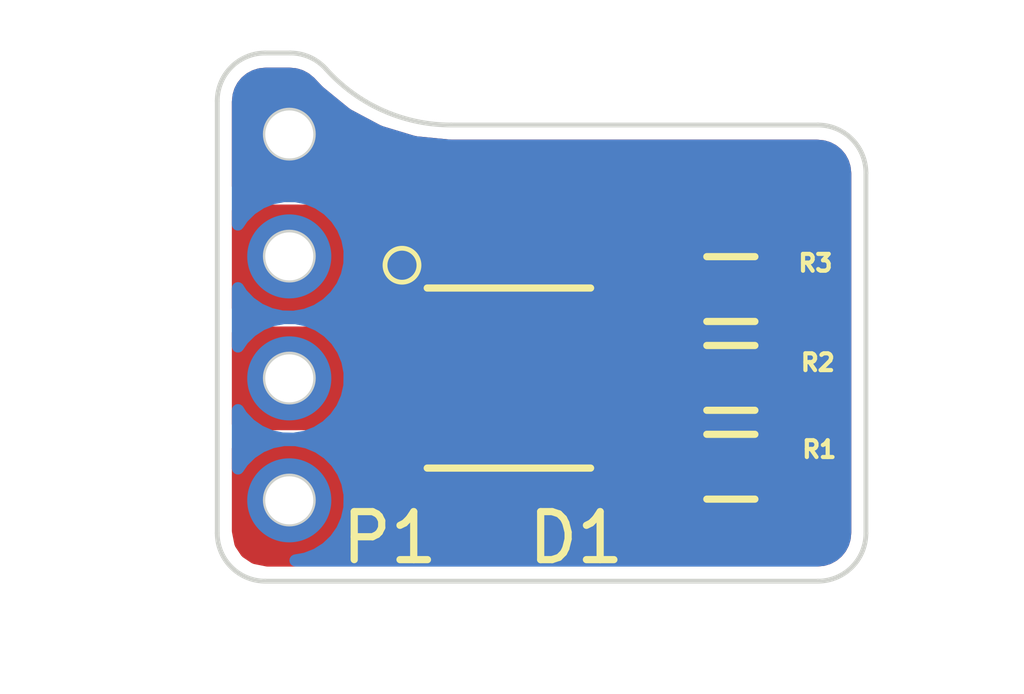
<source format=kicad_pcb>
(kicad_pcb (version 4) (host pcbnew 4.0.4-stable)

  (general
    (links 9)
    (no_connects 1)
    (area 136.73 97.453599 158.060001 112.585)
    (thickness 1.6)
    (drawings 15)
    (tracks 13)
    (zones 0)
    (modules 5)
    (nets 8)
  )

  (page A4)
  (layers
    (0 F.Cu signal)
    (31 B.Cu signal)
    (32 B.Adhes user)
    (33 F.Adhes user)
    (34 B.Paste user)
    (35 F.Paste user)
    (36 B.SilkS user)
    (37 F.SilkS user)
    (38 B.Mask user)
    (39 F.Mask user)
    (40 Dwgs.User user)
    (41 Cmts.User user)
    (42 Eco1.User user)
    (43 Eco2.User user)
    (44 Edge.Cuts user)
    (45 Margin user)
    (46 B.CrtYd user)
    (47 F.CrtYd user)
    (48 B.Fab user)
    (49 F.Fab user)
  )

  (setup
    (last_trace_width 0.25)
    (trace_clearance 0.2)
    (zone_clearance 0.254)
    (zone_45_only no)
    (trace_min 0.2)
    (segment_width 0.2)
    (edge_width 0.15)
    (via_size 0.6)
    (via_drill 0.4)
    (via_min_size 0.4)
    (via_min_drill 0.3)
    (uvia_size 0.3)
    (uvia_drill 0.1)
    (uvias_allowed no)
    (uvia_min_size 0.2)
    (uvia_min_drill 0.1)
    (pcb_text_width 0.3)
    (pcb_text_size 1.5 1.5)
    (mod_edge_width 0.15)
    (mod_text_size 1 1)
    (mod_text_width 0.15)
    (pad_size 1.524 1.524)
    (pad_drill 0.762)
    (pad_to_mask_clearance 0.2)
    (aux_axis_origin 0 0)
    (visible_elements 7FFFFFFF)
    (pcbplotparams
      (layerselection 0x00030_80000001)
      (usegerberextensions false)
      (excludeedgelayer true)
      (linewidth 0.100000)
      (plotframeref false)
      (viasonmask false)
      (mode 1)
      (useauxorigin false)
      (hpglpennumber 1)
      (hpglpenspeed 20)
      (hpglpendiameter 15)
      (hpglpenoverlay 2)
      (psnegative false)
      (psa4output false)
      (plotreference true)
      (plotvalue true)
      (plotinvisibletext false)
      (padsonsilk false)
      (subtractmaskfromsilk false)
      (outputformat 1)
      (mirror false)
      (drillshape 1)
      (scaleselection 1)
      (outputdirectory ""))
  )

  (net 0 "")
  (net 1 "Net-(D1-Pad4)")
  (net 2 "Net-(D1-Pad5)")
  (net 3 "Net-(D1-Pad6)")
  (net 4 "Net-(D1-Pad3)")
  (net 5 "Net-(D1-Pad2)")
  (net 6 "Net-(D1-Pad1)")
  (net 7 "Net-(P1-Pad1)")

  (net_class Default "This is the default net class."
    (clearance 0.2)
    (trace_width 0.25)
    (via_dia 0.6)
    (via_drill 0.4)
    (uvia_dia 0.3)
    (uvia_drill 0.1)
  )

  (net_class HIGH_CURRENT ""
    (clearance 0.2)
    (trace_width 0.65)
    (via_dia 0.6)
    (via_drill 0.4)
    (uvia_dia 0.3)
    (uvia_drill 0.1)
    (add_net "Net-(D1-Pad1)")
    (add_net "Net-(D1-Pad2)")
    (add_net "Net-(D1-Pad3)")
    (add_net "Net-(D1-Pad4)")
    (add_net "Net-(D1-Pad5)")
    (add_net "Net-(D1-Pad6)")
    (add_net "Net-(P1-Pad1)")
  )

  (module Resistors_SMD:R_0603 (layer F.Cu) (tedit 58403E6F) (tstamp 5843728D)
    (at 151.94 108.12 90)
    (descr "Resistor SMD 0603, reflow soldering, Vishay (see dcrcw.pdf)")
    (tags "resistor 0603")
    (path /58453664)
    (attr smd)
    (fp_text reference R1 (at 0.36 1.84 180) (layer F.SilkS)
      (effects (font (size 0.35 0.35) (thickness 0.0875)))
    )
    (fp_text value R (at 0.1 2 90) (layer F.Fab)
      (effects (font (size 0.35 0.35) (thickness 0.0875)))
    )
    (fp_line (start 0.8 -1.3) (end 0.8 1.3) (layer F.CrtYd) (width 0.05))
    (fp_line (start -0.8 -1.3) (end -0.8 1.3) (layer F.CrtYd) (width 0.05))
    (fp_line (start 0.8 -1.3) (end -0.8 -1.3) (layer F.CrtYd) (width 0.05))
    (fp_line (start 0.8 1.3) (end -0.8 1.3) (layer F.CrtYd) (width 0.05))
    (fp_line (start -0.675 0.5) (end -0.675 -0.5) (layer F.SilkS) (width 0.15))
    (fp_line (start 0.675 -0.5) (end 0.675 0.5) (layer F.SilkS) (width 0.15))
    (pad 1 smd rect (at 0 -0.75) (size 0.5 0.9) (layers F.Cu F.Paste F.Mask)
      (net 1 "Net-(D1-Pad4)"))
    (pad 2 smd rect (at 0 0.75) (size 0.5 0.9) (layers F.Cu F.Paste F.Mask)
      (net 7 "Net-(P1-Pad1)"))
    (model Resistors_SMD.3dshapes/R_0603.wrl
      (at (xyz 0 0 0))
      (scale (xyz 1 1 1))
      (rotate (xyz 0 0 0))
    )
  )

  (module Resistors_SMD:R_0603 (layer F.Cu) (tedit 58403E6F) (tstamp 58437293)
    (at 151.94 106.27 90)
    (descr "Resistor SMD 0603, reflow soldering, Vishay (see dcrcw.pdf)")
    (tags "resistor 0603")
    (path /584536DC)
    (attr smd)
    (fp_text reference R2 (at 0.32 1.81 180) (layer F.SilkS)
      (effects (font (size 0.35 0.35) (thickness 0.0875)))
    )
    (fp_text value R (at 0.1 2 90) (layer F.Fab)
      (effects (font (size 0.35 0.35) (thickness 0.0875)))
    )
    (fp_line (start 0.8 -1.3) (end 0.8 1.3) (layer F.CrtYd) (width 0.05))
    (fp_line (start -0.8 -1.3) (end -0.8 1.3) (layer F.CrtYd) (width 0.05))
    (fp_line (start 0.8 -1.3) (end -0.8 -1.3) (layer F.CrtYd) (width 0.05))
    (fp_line (start 0.8 1.3) (end -0.8 1.3) (layer F.CrtYd) (width 0.05))
    (fp_line (start -0.675 0.5) (end -0.675 -0.5) (layer F.SilkS) (width 0.15))
    (fp_line (start 0.675 -0.5) (end 0.675 0.5) (layer F.SilkS) (width 0.15))
    (pad 1 smd rect (at 0 -0.75) (size 0.5 0.9) (layers F.Cu F.Paste F.Mask)
      (net 2 "Net-(D1-Pad5)"))
    (pad 2 smd rect (at 0 0.75) (size 0.5 0.9) (layers F.Cu F.Paste F.Mask)
      (net 7 "Net-(P1-Pad1)"))
    (model Resistors_SMD.3dshapes/R_0603.wrl
      (at (xyz 0 0 0))
      (scale (xyz 1 1 1))
      (rotate (xyz 0 0 0))
    )
  )

  (module Resistors_SMD:R_0603 (layer F.Cu) (tedit 58403E6F) (tstamp 58437299)
    (at 151.94 104.42 90)
    (descr "Resistor SMD 0603, reflow soldering, Vishay (see dcrcw.pdf)")
    (tags "resistor 0603")
    (path /584536FC)
    (attr smd)
    (fp_text reference R3 (at 0.54 1.76 180) (layer F.SilkS)
      (effects (font (size 0.35 0.35) (thickness 0.0875)))
    )
    (fp_text value R (at 0.1 2 90) (layer F.Fab)
      (effects (font (size 0.35 0.35) (thickness 0.0875)))
    )
    (fp_line (start 0.8 -1.3) (end 0.8 1.3) (layer F.CrtYd) (width 0.05))
    (fp_line (start -0.8 -1.3) (end -0.8 1.3) (layer F.CrtYd) (width 0.05))
    (fp_line (start 0.8 -1.3) (end -0.8 -1.3) (layer F.CrtYd) (width 0.05))
    (fp_line (start 0.8 1.3) (end -0.8 1.3) (layer F.CrtYd) (width 0.05))
    (fp_line (start -0.675 0.5) (end -0.675 -0.5) (layer F.SilkS) (width 0.15))
    (fp_line (start 0.675 -0.5) (end 0.675 0.5) (layer F.SilkS) (width 0.15))
    (pad 1 smd rect (at 0 -0.75) (size 0.5 0.9) (layers F.Cu F.Paste F.Mask)
      (net 3 "Net-(D1-Pad6)"))
    (pad 2 smd rect (at 0 0.75) (size 0.5 0.9) (layers F.Cu F.Paste F.Mask)
      (net 7 "Net-(P1-Pad1)"))
    (model Resistors_SMD.3dshapes/R_0603.wrl
      (at (xyz 0 0 0))
      (scale (xyz 1 1 1))
      (rotate (xyz 0 0 0))
    )
  )

  (module LED:PLCC6_3-4MMSQR_LED locked (layer F.Cu) (tedit 58443E03) (tstamp 58437287)
    (at 147.3211 106.2736 90)
    (descr http://www.world-semi.com/en/Driver/Lighting/WS2811/WS212B/WS2822S/)
    (tags "LED RGB")
    (path /584535DF)
    (attr smd)
    (fp_text reference D1 (at -3.3264 1.3989 360) (layer F.SilkS)
      (effects (font (size 1 1) (thickness 0.15)))
    )
    (fp_text value LED_RGB (at -5.7364 1.1789 180) (layer F.Fab)
      (effects (font (size 1 1) (thickness 0.15)))
    )
    (fp_circle (center 2.35 -2.225) (end 2.4 -1.875) (layer F.SilkS) (width 0.1))
    (fp_line (start 1.8 1.8) (end 1.8 -1.8) (layer F.CrtYd) (width 0.05))
    (fp_line (start -1.8 1.8) (end 1.8 1.8) (layer F.CrtYd) (width 0.05))
    (fp_line (start -1.8 -1.8) (end -1.8 1.8) (layer F.CrtYd) (width 0.05))
    (fp_line (start 1.8 -1.8) (end -1.8 -1.8) (layer F.CrtYd) (width 0.05))
    (fp_line (start 1.2 -1.7) (end 1.7 -1.2) (layer Dwgs.User) (width 0.1))
    (fp_line (start 1.7 -1.7) (end 1.7 1.7) (layer Dwgs.User) (width 0.1))
    (fp_line (start 1.7 1.7) (end -1.7 1.7) (layer Dwgs.User) (width 0.1))
    (fp_line (start -1.7 1.7) (end -1.7 -1.7) (layer Dwgs.User) (width 0.1))
    (fp_line (start -1.7 -1.7) (end 1.7 -1.7) (layer Dwgs.User) (width 0.1))
    (fp_line (start -1.875 -1.7) (end -1.875 1.7) (layer F.SilkS) (width 0.15))
    (fp_line (start 1.875 -1.7) (end 1.875 1.7) (layer F.SilkS) (width 0.15))
    (fp_circle (center 0 0) (end 1.4 0) (layer Dwgs.User) (width 0.1))
    (pad 4 smd rect (at -1.025 1.5 90) (size 0.75 1.6) (layers F.Cu F.Paste F.Mask)
      (net 1 "Net-(D1-Pad4)"))
    (pad 5 smd rect (at 0 1.5 90) (size 0.7 1.6) (layers F.Cu F.Paste F.Mask)
      (net 2 "Net-(D1-Pad5)"))
    (pad 6 smd rect (at 1.025 1.5 90) (size 0.75 1.6) (layers F.Cu F.Paste F.Mask)
      (net 3 "Net-(D1-Pad6)"))
    (pad 3 smd rect (at -1.025 -1.5 90) (size 0.75 1.6) (layers F.Cu F.Paste F.Mask)
      (net 4 "Net-(D1-Pad3)"))
    (pad 2 smd rect (at 0 -1.5 90) (size 0.7 1.6) (layers F.Cu F.Paste F.Mask)
      (net 5 "Net-(D1-Pad2)"))
    (pad 1 smd rect (at 1.025 -1.5 90) (size 0.75 1.6) (layers F.Cu F.Paste F.Mask)
      (net 6 "Net-(D1-Pad1)"))
    (model LEDs.3dshapes/LED_WS2812-PLCC6.wrl
      (at (xyz 0 0 0.004))
      (scale (xyz 0.3937 0.3937 0.3937))
      (rotate (xyz 0 0 0))
    )
  )

  (module Conn:M20-9750446 locked (layer B.Cu) (tedit 58443F54) (tstamp 58439C82)
    (at 142.75 105.01 180)
    (path /5845356F)
    (fp_text reference P1 (at -2.09 -4.59 180) (layer F.SilkS)
      (effects (font (size 1 1) (thickness 0.15)))
    )
    (fp_text value CONN_01X04 (at 0 6.45 180) (layer F.Fab) hide
      (effects (font (size 1 1) (thickness 0.15)))
    )
    (fp_line (start 4.44 -5.58) (end 2 -5.58) (layer B.CrtYd) (width 0.15))
    (fp_line (start 4.44 5.58) (end 4.44 -5.58) (layer B.CrtYd) (width 0.15))
    (fp_line (start 1.95 5.58) (end 4.44 5.58) (layer B.CrtYd) (width 0.15))
    (pad 1 thru_hole circle (at 0 3.81 180) (size 1.75 1.75) (drill 1) (layers *.Cu *.Mask)
      (net 7 "Net-(P1-Pad1)"))
    (pad 2 thru_hole circle (at 0 1.27 180) (size 1.75 1.75) (drill 1) (layers *.Cu *.Mask)
      (net 6 "Net-(D1-Pad1)"))
    (pad 3 thru_hole circle (at 0 -1.27 180) (size 1.75 1.75) (drill 1) (layers *.Cu *.Mask)
      (net 5 "Net-(D1-Pad2)"))
    (pad 4 thru_hole circle (at 0 -3.81 180) (size 1.75 1.75) (drill 1) (layers *.Cu *.Mask)
      (net 4 "Net-(D1-Pad3)"))
  )

  (gr_circle (center 142.7511 108.8136) (end 143.2511 108.8136) (layer Edge.Cuts) (width 0.1))
  (gr_circle (center 142.7511 106.2736) (end 143.2511 106.2736) (layer Edge.Cuts) (width 0.1))
  (gr_arc (start 153.7511 109.5036) (end 153.7511 110.5036) (angle -90) (layer Edge.Cuts) (width 0.1))
  (gr_line (start 142.2511 110.5036) (end 153.7511 110.5036) (layer Edge.Cuts) (width 0.1))
  (gr_arc (start 142.2511 109.5036) (end 141.2511 109.5036) (angle -90) (layer Edge.Cuts) (width 0.1))
  (gr_line (start 141.2511 100.5036) (end 141.2511 109.5036) (layer Edge.Cuts) (width 0.1))
  (gr_arc (start 142.2511 100.5036) (end 142.2511 99.5036) (angle -90) (layer Edge.Cuts) (width 0.1))
  (gr_line (start 142.769279 99.5036) (end 142.2511 99.5036) (layer Edge.Cuts) (width 0.1))
  (gr_arc (start 142.769279 100.5036) (end 143.514635 99.836933) (angle -48.1896851) (layer Edge.Cuts) (width 0.1))
  (gr_arc (start 146.123381 97.5036) (end 143.514635 99.836933) (angle -48.1896851) (layer Edge.Cuts) (width 0.1))
  (gr_line (start 146.123381 101.0036) (end 153.7511 101.0036) (layer Edge.Cuts) (width 0.1))
  (gr_arc (start 153.7511 102.0036) (end 154.7511 102.0036) (angle -90) (layer Edge.Cuts) (width 0.1))
  (gr_line (start 154.7511 109.5036) (end 154.7511 102.0036) (layer Edge.Cuts) (width 0.1))
  (gr_circle (center 142.7511 101.1936) (end 143.2511 101.1936) (layer Edge.Cuts) (width 0.1))
  (gr_circle (center 142.7511 103.7336) (end 143.2511 103.7336) (layer Edge.Cuts) (width 0.1))

  (segment (start 142.75 108.82) (end 144.2997 108.82) (width 0.65) (layer F.Cu) (net 4))
  (segment (start 144.2997 108.82) (end 145.8211 107.2986) (width 0.65) (layer F.Cu) (net 4))
  (segment (start 142.75 106.28) (end 145.8147 106.28) (width 0.65) (layer F.Cu) (net 5))
  (segment (start 145.8147 106.28) (end 145.8211 106.2736) (width 0.65) (layer F.Cu) (net 5))
  (segment (start 142.75 101.2) (end 143.624999 102.074999) (width 0.65) (layer B.Cu) (net 7))
  (segment (start 143.624999 102.074999) (end 146.774999 102.074999) (width 0.65) (layer B.Cu) (net 7))
  (segment (start 152.69 106.26) (end 152.69 107.61) (width 0.65) (layer F.Cu) (net 7))
  (segment (start 152.69 104.91) (end 152.69 106.26) (width 0.65) (layer F.Cu) (net 7))
  (segment (start 151.75 102.17) (end 152.69 103.11) (width 0.65) (layer F.Cu) (net 7))
  (segment (start 152.69 103.11) (end 152.69 104.91) (width 0.65) (layer F.Cu) (net 7))
  (segment (start 144.957436 102.17) (end 151.75 102.17) (width 0.65) (layer F.Cu) (net 7))
  (segment (start 142.75 101.2) (end 143.987436 101.2) (width 0.65) (layer F.Cu) (net 7))
  (segment (start 143.987436 101.2) (end 144.957436 102.17) (width 0.65) (layer F.Cu) (net 7))

  (zone (net 7) (net_name "Net-(P1-Pad1)") (layer F.Cu) (tstamp 0) (hatch edge 0.508)
    (connect_pads yes (clearance 0.254))
    (min_thickness 0.254)
    (fill yes (arc_segments 32) (thermal_gap 0.508) (thermal_bridge_width 0.508))
    (polygon
      (pts
        (xy 140.9 99.24) (xy 140.9 102.5) (xy 143.5 102.5) (xy 143.9 102.9) (xy 150.8 102.9)
        (xy 152 104.1) (xy 152 110.8) (xy 154.98 110.8) (xy 154.99 99.24)
      )
    )
    (filled_polygon
      (pts
        (xy 142.879396 99.947464) (xy 142.985319 99.979444) (xy 143.083016 100.031391) (xy 143.180219 100.110667) (xy 143.201947 100.133558)
        (xy 143.202024 100.133641) (xy 143.34455 100.283806) (xy 143.363026 100.299808) (xy 143.38012 100.317263) (xy 143.384757 100.321099)
        (xy 143.914107 100.752825) (xy 143.946637 100.774438) (xy 143.978875 100.796512) (xy 143.984161 100.79937) (xy 143.984169 100.799375)
        (xy 143.984177 100.799378) (xy 144.587292 101.120061) (xy 144.623418 101.134951) (xy 144.659313 101.150336) (xy 144.665062 101.152116)
        (xy 145.318988 101.349548) (xy 145.357295 101.357133) (xy 145.395518 101.365257) (xy 145.401501 101.365886) (xy 145.401503 101.365886)
        (xy 146.081323 101.432543) (xy 146.099398 101.432543) (xy 146.117363 101.434558) (xy 146.123381 101.4346) (xy 153.73002 101.4346)
        (xy 153.861217 101.447464) (xy 153.96714 101.479444) (xy 154.064837 101.531391) (xy 154.150581 101.601321) (xy 154.22111 101.686575)
        (xy 154.273734 101.783903) (xy 154.306453 101.889602) (xy 154.3201 102.019438) (xy 154.3201 109.482521) (xy 154.307236 109.613716)
        (xy 154.275255 109.719643) (xy 154.22331 109.817337) (xy 154.153378 109.903082) (xy 154.068126 109.973608) (xy 153.970796 110.026234)
        (xy 153.865098 110.058953) (xy 153.735262 110.0726) (xy 152.181 110.0726) (xy 152.181 103.8) (xy 152.152997 103.656633)
        (xy 152.069408 103.530592) (xy 151.369408 102.830592) (xy 151.24823 102.749017) (xy 151.1 102.719) (xy 148 102.719)
        (xy 147.861523 102.745056) (xy 147.818097 102.773) (xy 146.79333 102.773) (xy 146.75823 102.749017) (xy 146.61 102.719)
        (xy 143.957816 102.719) (xy 143.629408 102.390592) (xy 143.50823 102.309017) (xy 143.36 102.279) (xy 141.6821 102.279)
        (xy 141.6821 101.206599) (xy 141.820191 101.206599) (xy 141.840445 101.387166) (xy 141.895385 101.56036) (xy 141.982919 101.719584)
        (xy 142.099713 101.858774) (xy 142.241319 101.972628) (xy 142.402341 102.056808) (xy 142.576648 102.108109) (xy 142.7576 102.124577)
        (xy 142.938304 102.105585) (xy 143.111877 102.051855) (xy 143.271709 101.965434) (xy 143.41171 101.849614) (xy 143.52655 101.708808)
        (xy 143.611852 101.548377) (xy 143.664369 101.374432) (xy 143.6821 101.1936) (xy 143.681737 101.167605) (xy 143.658964 100.987338)
        (xy 143.601611 100.814928) (xy 143.511862 100.656942) (xy 143.393136 100.519396) (xy 143.249955 100.407531) (xy 143.087772 100.325607)
        (xy 142.912766 100.276744) (xy 142.731603 100.262804) (xy 142.551181 100.284318) (xy 142.378375 100.340466) (xy 142.219766 100.42911)
        (xy 142.081395 100.546873) (xy 141.968532 100.68927) (xy 141.885478 100.850876) (xy 141.835395 101.025537) (xy 141.820191 101.206599)
        (xy 141.6821 101.206599) (xy 141.6821 100.52468) (xy 141.694964 100.393483) (xy 141.726944 100.28756) (xy 141.778891 100.189863)
        (xy 141.848821 100.104119) (xy 141.934075 100.03359) (xy 142.031403 99.980966) (xy 142.137102 99.948247) (xy 142.266938 99.9346)
        (xy 142.748199 99.9346)
      )
    )
    (filled_polygon
      (pts
        (xy 142.764974 101.126009) (xy 142.777839 101.129991) (xy 142.789684 101.136396) (xy 142.80006 101.14498) (xy 142.808572 101.155416)
        (xy 142.814894 101.167306) (xy 142.818786 101.180198) (xy 142.8201 101.1936) (xy 142.820073 101.195527) (xy 142.818385 101.208887)
        (xy 142.814135 101.221665) (xy 142.807483 101.233374) (xy 142.798684 101.243568) (xy 142.788072 101.251859) (xy 142.776052 101.25793)
        (xy 142.763082 101.261552) (xy 142.749655 101.262585) (xy 142.736283 101.26099) (xy 142.723476 101.256829) (xy 142.711721 101.250259)
        (xy 142.701466 101.241531) (xy 142.693101 101.230978) (xy 142.686945 101.219001) (xy 142.683234 101.206056) (xy 142.682107 101.192637)
        (xy 142.683608 101.179254) (xy 142.68768 101.166418) (xy 142.694167 101.154617) (xy 142.702823 101.144301) (xy 142.713318 101.135863)
        (xy 142.725252 101.129624) (xy 142.738171 101.125822) (xy 142.751582 101.124602)
      )
    )
  )
  (zone (net 3) (net_name "Net-(D1-Pad6)") (layer F.Cu) (tstamp 0) (hatch edge 0.508)
    (priority 1)
    (connect_pads yes (clearance 0.254))
    (min_thickness 0.254)
    (fill yes (arc_segments 32) (thermal_gap 0.508) (thermal_bridge_width 0.508))
    (polygon
      (pts
        (xy 148 103.1) (xy 148 105.63) (xy 151.8 105.63) (xy 151.8 103.8) (xy 151.1 103.1)
      )
    )
    (filled_polygon
      (pts
        (xy 151.673 103.852606) (xy 151.673 104.869) (xy 150.47 104.869) (xy 150.326633 104.897003) (xy 150.200592 104.980592)
        (xy 149.678184 105.503) (xy 148.127 105.503) (xy 148.127 103.227) (xy 151.047394 103.227)
      )
    )
  )
  (zone (net 2) (net_name "Net-(D1-Pad5)") (layer F.Cu) (tstamp 0) (hatch edge 0.508)
    (priority 2)
    (connect_pads yes (clearance 0.254))
    (min_thickness 0.254)
    (fill yes (arc_segments 32) (thermal_gap 0.508) (thermal_bridge_width 0.508))
    (polygon
      (pts
        (xy 148.02 105.92) (xy 148.02 106.63) (xy 149.8 106.63) (xy 150.46 107.29) (xy 151.8 107.29)
        (xy 151.8 105.25) (xy 150.47 105.25) (xy 149.8 105.92)
      )
    )
    (filled_polygon
      (pts
        (xy 151.673 107.163) (xy 150.512606 107.163) (xy 149.889803 106.540197) (xy 149.861229 106.518734) (xy 149.827807 106.506082)
        (xy 149.8 106.503) (xy 148.147 106.503) (xy 148.147 106.047) (xy 149.8 106.047) (xy 149.835381 106.041972)
        (xy 149.867961 106.027286) (xy 149.889803 106.009803) (xy 150.522606 105.377) (xy 151.673 105.377)
      )
    )
  )
  (zone (net 7) (net_name "Net-(P1-Pad1)") (layer B.Cu) (tstamp 0) (hatch edge 0.508)
    (priority 1)
    (connect_pads yes (clearance 0.254))
    (min_thickness 0.254)
    (fill yes (arc_segments 32) (thermal_gap 0.508) (thermal_bridge_width 0.508))
    (polygon
      (pts
        (xy 136.75 98.4) (xy 136.73 112.38) (xy 158.06 112.4) (xy 158.06 98.41)
      )
    )
    (filled_polygon
      (pts
        (xy 142.879396 99.947464) (xy 142.985319 99.979444) (xy 143.083016 100.031391) (xy 143.180219 100.110667) (xy 143.201947 100.133558)
        (xy 143.202024 100.133641) (xy 143.34455 100.283806) (xy 143.363026 100.299808) (xy 143.38012 100.317263) (xy 143.384757 100.321099)
        (xy 143.914107 100.752825) (xy 143.946637 100.774438) (xy 143.978875 100.796512) (xy 143.984161 100.79937) (xy 143.984169 100.799375)
        (xy 143.984177 100.799378) (xy 144.587292 101.120061) (xy 144.623418 101.134951) (xy 144.659313 101.150336) (xy 144.665062 101.152116)
        (xy 145.318988 101.349548) (xy 145.357295 101.357133) (xy 145.395518 101.365257) (xy 145.401501 101.365886) (xy 145.401503 101.365886)
        (xy 146.081323 101.432543) (xy 146.099398 101.432543) (xy 146.117363 101.434558) (xy 146.123381 101.4346) (xy 153.73002 101.4346)
        (xy 153.861217 101.447464) (xy 153.96714 101.479444) (xy 154.064837 101.531391) (xy 154.150581 101.601321) (xy 154.22111 101.686575)
        (xy 154.273734 101.783903) (xy 154.306453 101.889602) (xy 154.3201 102.019438) (xy 154.3201 109.482521) (xy 154.307236 109.613716)
        (xy 154.275255 109.719643) (xy 154.22331 109.817337) (xy 154.153378 109.903082) (xy 154.068126 109.973608) (xy 153.970796 110.026234)
        (xy 153.865098 110.058953) (xy 153.735262 110.0726) (xy 142.879475 110.0726) (xy 143.089398 110.035585) (xy 143.319042 109.946512)
        (xy 143.527012 109.81453) (xy 143.705386 109.644667) (xy 143.84737 109.443393) (xy 143.947555 109.218373) (xy 144.002125 108.97818)
        (xy 144.006054 108.696843) (xy 143.958211 108.45522) (xy 143.864348 108.227491) (xy 143.72804 108.02233) (xy 143.554478 107.847553)
        (xy 143.350274 107.709816) (xy 143.123206 107.614365) (xy 142.881923 107.564837) (xy 142.635615 107.563117) (xy 142.393663 107.609272)
        (xy 142.165285 107.701543) (xy 141.959178 107.836415) (xy 141.783193 108.008753) (xy 141.6821 108.156395) (xy 141.6821 106.941634)
        (xy 141.760919 107.063936) (xy 141.932023 107.24112) (xy 142.134284 107.381695) (xy 142.359997 107.480307) (xy 142.600565 107.533199)
        (xy 142.846825 107.538357) (xy 143.089398 107.495585) (xy 143.319042 107.406512) (xy 143.527012 107.27453) (xy 143.705386 107.104667)
        (xy 143.84737 106.903393) (xy 143.947555 106.678373) (xy 144.002125 106.43818) (xy 144.006054 106.156843) (xy 143.958211 105.91522)
        (xy 143.864348 105.687491) (xy 143.72804 105.48233) (xy 143.554478 105.307553) (xy 143.350274 105.169816) (xy 143.123206 105.074365)
        (xy 142.881923 105.024837) (xy 142.635615 105.023117) (xy 142.393663 105.069272) (xy 142.165285 105.161543) (xy 141.959178 105.296415)
        (xy 141.783193 105.468753) (xy 141.6821 105.616395) (xy 141.6821 104.401634) (xy 141.760919 104.523936) (xy 141.932023 104.70112)
        (xy 142.134284 104.841695) (xy 142.359997 104.940307) (xy 142.600565 104.993199) (xy 142.846825 104.998357) (xy 143.089398 104.955585)
        (xy 143.319042 104.866512) (xy 143.527012 104.73453) (xy 143.705386 104.564667) (xy 143.84737 104.363393) (xy 143.947555 104.138373)
        (xy 144.002125 103.89818) (xy 144.006054 103.616843) (xy 143.958211 103.37522) (xy 143.864348 103.147491) (xy 143.72804 102.94233)
        (xy 143.554478 102.767553) (xy 143.350274 102.629816) (xy 143.123206 102.534365) (xy 142.881923 102.484837) (xy 142.635615 102.483117)
        (xy 142.393663 102.529272) (xy 142.165285 102.621543) (xy 141.959178 102.756415) (xy 141.783193 102.928753) (xy 141.6821 103.076395)
        (xy 141.6821 101.206599) (xy 141.820191 101.206599) (xy 141.840445 101.387166) (xy 141.895385 101.56036) (xy 141.982919 101.719584)
        (xy 142.099713 101.858774) (xy 142.241319 101.972628) (xy 142.402341 102.056808) (xy 142.576648 102.108109) (xy 142.7576 102.124577)
        (xy 142.938304 102.105585) (xy 143.111877 102.051855) (xy 143.271709 101.965434) (xy 143.41171 101.849614) (xy 143.52655 101.708808)
        (xy 143.611852 101.548377) (xy 143.664369 101.374432) (xy 143.6821 101.1936) (xy 143.681737 101.167605) (xy 143.658964 100.987338)
        (xy 143.601611 100.814928) (xy 143.511862 100.656942) (xy 143.393136 100.519396) (xy 143.249955 100.407531) (xy 143.087772 100.325607)
        (xy 142.912766 100.276744) (xy 142.731603 100.262804) (xy 142.551181 100.284318) (xy 142.378375 100.340466) (xy 142.219766 100.42911)
        (xy 142.081395 100.546873) (xy 141.968532 100.68927) (xy 141.885478 100.850876) (xy 141.835395 101.025537) (xy 141.820191 101.206599)
        (xy 141.6821 101.206599) (xy 141.6821 100.52468) (xy 141.694964 100.393483) (xy 141.726944 100.28756) (xy 141.778891 100.189863)
        (xy 141.848821 100.104119) (xy 141.934075 100.03359) (xy 142.031403 99.980966) (xy 142.137102 99.948247) (xy 142.266938 99.9346)
        (xy 142.748199 99.9346)
      )
    )
    (filled_polygon
      (pts
        (xy 142.764974 101.126009) (xy 142.777839 101.129991) (xy 142.789684 101.136396) (xy 142.80006 101.14498) (xy 142.808572 101.155416)
        (xy 142.814894 101.167306) (xy 142.818786 101.180198) (xy 142.8201 101.1936) (xy 142.820073 101.195527) (xy 142.818385 101.208887)
        (xy 142.814135 101.221665) (xy 142.807483 101.233374) (xy 142.798684 101.243568) (xy 142.788072 101.251859) (xy 142.776052 101.25793)
        (xy 142.763082 101.261552) (xy 142.749655 101.262585) (xy 142.736283 101.26099) (xy 142.723476 101.256829) (xy 142.711721 101.250259)
        (xy 142.701466 101.241531) (xy 142.693101 101.230978) (xy 142.686945 101.219001) (xy 142.683234 101.206056) (xy 142.682107 101.192637)
        (xy 142.683608 101.179254) (xy 142.68768 101.166418) (xy 142.694167 101.154617) (xy 142.702823 101.144301) (xy 142.713318 101.135863)
        (xy 142.725252 101.129624) (xy 142.738171 101.125822) (xy 142.751582 101.124602)
      )
    )
  )
  (zone (net 6) (net_name "Net-(D1-Pad1)") (layer F.Cu) (tstamp 0) (hatch edge 0.508)
    (priority 1)
    (connect_pads yes (clearance 0.254))
    (min_thickness 0.254)
    (fill yes (arc_segments 32) (thermal_gap 0.508) (thermal_bridge_width 0.508))
    (polygon
      (pts
        (xy 140.9 102.66) (xy 143.36 102.66) (xy 143.8 103.1) (xy 146.61 103.1) (xy 146.61 105.62)
        (xy 144.24 105.62) (xy 143.62 105) (xy 140.9 105)
      )
    )
    (filled_polygon
      (pts
        (xy 143.710197 103.189803) (xy 143.738771 103.211266) (xy 143.772193 103.223918) (xy 143.8 103.227) (xy 146.483 103.227)
        (xy 146.483 105.493) (xy 144.931816 105.493) (xy 144.369408 104.930592) (xy 144.24823 104.849017) (xy 144.1 104.819)
        (xy 141.6821 104.819) (xy 141.6821 103.746599) (xy 141.820191 103.746599) (xy 141.840445 103.927166) (xy 141.895385 104.10036)
        (xy 141.982919 104.259584) (xy 142.099713 104.398774) (xy 142.241319 104.512628) (xy 142.402341 104.596808) (xy 142.576648 104.648109)
        (xy 142.7576 104.664577) (xy 142.938304 104.645585) (xy 143.111877 104.591855) (xy 143.271709 104.505434) (xy 143.41171 104.389614)
        (xy 143.52655 104.248808) (xy 143.611852 104.088377) (xy 143.664369 103.914432) (xy 143.6821 103.7336) (xy 143.681737 103.707605)
        (xy 143.658964 103.527338) (xy 143.601611 103.354928) (xy 143.511862 103.196942) (xy 143.393136 103.059396) (xy 143.249955 102.947531)
        (xy 143.087772 102.865607) (xy 142.912766 102.816744) (xy 142.731603 102.802804) (xy 142.551181 102.824318) (xy 142.378375 102.880466)
        (xy 142.219766 102.96911) (xy 142.081395 103.086873) (xy 141.968532 103.22927) (xy 141.885478 103.390876) (xy 141.835395 103.565537)
        (xy 141.820191 103.746599) (xy 141.6821 103.746599) (xy 141.6821 102.787) (xy 143.307394 102.787)
      )
    )
    (filled_polygon
      (pts
        (xy 142.764974 103.666009) (xy 142.777839 103.669991) (xy 142.789684 103.676396) (xy 142.80006 103.68498) (xy 142.808572 103.695416)
        (xy 142.814894 103.707306) (xy 142.818786 103.720198) (xy 142.8201 103.7336) (xy 142.820073 103.735527) (xy 142.818385 103.748887)
        (xy 142.814135 103.761665) (xy 142.807483 103.773374) (xy 142.798684 103.783568) (xy 142.788072 103.791859) (xy 142.776052 103.79793)
        (xy 142.763082 103.801552) (xy 142.749655 103.802585) (xy 142.736283 103.80099) (xy 142.723476 103.796829) (xy 142.711721 103.790259)
        (xy 142.701466 103.781531) (xy 142.693101 103.770978) (xy 142.686945 103.759001) (xy 142.683234 103.746056) (xy 142.682107 103.732637)
        (xy 142.683608 103.719254) (xy 142.68768 103.706418) (xy 142.694167 103.694617) (xy 142.702823 103.684301) (xy 142.713318 103.675863)
        (xy 142.725252 103.669624) (xy 142.738171 103.665822) (xy 142.751582 103.664602)
      )
    )
  )
  (zone (net 5) (net_name "Net-(D1-Pad2)") (layer F.Cu) (tstamp 0) (hatch edge 0.508)
    (priority 2)
    (connect_pads yes (clearance 0.254))
    (min_thickness 0.254)
    (fill yes (arc_segments 32) (thermal_gap 0.508) (thermal_bridge_width 0.508))
    (polygon
      (pts
        (xy 140.9 105.2) (xy 144.1 105.2) (xy 144.82 105.92) (xy 146.62 105.92) (xy 146.62 106.63)
        (xy 144.82 106.63) (xy 144.09 107.36) (xy 140.9 107.36)
      )
    )
    (filled_polygon
      (pts
        (xy 144.730197 106.009803) (xy 144.758771 106.031266) (xy 144.792193 106.043918) (xy 144.82 106.047) (xy 146.493 106.047)
        (xy 146.493 106.503) (xy 144.82 106.503) (xy 144.784619 106.508028) (xy 144.752039 106.522714) (xy 144.730197 106.540197)
        (xy 144.037394 107.233) (xy 141.6821 107.233) (xy 141.6821 106.286599) (xy 141.820191 106.286599) (xy 141.840445 106.467166)
        (xy 141.895385 106.64036) (xy 141.982919 106.799584) (xy 142.099713 106.938774) (xy 142.241319 107.052628) (xy 142.402341 107.136808)
        (xy 142.576648 107.188109) (xy 142.7576 107.204577) (xy 142.938304 107.185585) (xy 143.111877 107.131855) (xy 143.271709 107.045434)
        (xy 143.41171 106.929614) (xy 143.52655 106.788808) (xy 143.611852 106.628377) (xy 143.664369 106.454432) (xy 143.6821 106.2736)
        (xy 143.681737 106.247605) (xy 143.658964 106.067338) (xy 143.601611 105.894928) (xy 143.511862 105.736942) (xy 143.393136 105.599396)
        (xy 143.249955 105.487531) (xy 143.087772 105.405607) (xy 142.912766 105.356744) (xy 142.731603 105.342804) (xy 142.551181 105.364318)
        (xy 142.378375 105.420466) (xy 142.219766 105.50911) (xy 142.081395 105.626873) (xy 141.968532 105.76927) (xy 141.885478 105.930876)
        (xy 141.835395 106.105537) (xy 141.820191 106.286599) (xy 141.6821 106.286599) (xy 141.6821 105.327) (xy 144.047394 105.327)
      )
    )
    (filled_polygon
      (pts
        (xy 142.764974 106.206009) (xy 142.777839 106.209991) (xy 142.789684 106.216396) (xy 142.80006 106.22498) (xy 142.808572 106.235416)
        (xy 142.814894 106.247306) (xy 142.818786 106.260198) (xy 142.8201 106.2736) (xy 142.820073 106.275527) (xy 142.818385 106.288887)
        (xy 142.814135 106.301665) (xy 142.807483 106.313374) (xy 142.798684 106.323568) (xy 142.788072 106.331859) (xy 142.776052 106.33793)
        (xy 142.763082 106.341552) (xy 142.749655 106.342585) (xy 142.736283 106.34099) (xy 142.723476 106.336829) (xy 142.711721 106.330259)
        (xy 142.701466 106.321531) (xy 142.693101 106.310978) (xy 142.686945 106.299001) (xy 142.683234 106.286056) (xy 142.682107 106.272637)
        (xy 142.683608 106.259254) (xy 142.68768 106.246418) (xy 142.694167 106.234617) (xy 142.702823 106.224301) (xy 142.713318 106.215863)
        (xy 142.725252 106.209624) (xy 142.738171 106.205822) (xy 142.751582 106.204602)
      )
    )
  )
  (zone (net 4) (net_name "Net-(D1-Pad3)") (layer F.Cu) (tstamp 0) (hatch edge 0.508)
    (priority 1)
    (connect_pads yes (clearance 0.254))
    (min_thickness 0.254)
    (fill yes (arc_segments 16) (thermal_gap 0.508) (thermal_bridge_width 0.508))
    (polygon
      (pts
        (xy 140.9 107.5) (xy 144 107.5) (xy 144.57 106.93) (xy 146.62 106.93) (xy 146.62 107.67)
        (xy 146.62 110.8) (xy 140.9 110.8)
      )
    )
    (filled_polygon
      (pts
        (xy 146.493 110.0726) (xy 142.293552 110.0726) (xy 142.036584 110.021486) (xy 141.854726 109.899973) (xy 141.733214 109.718117)
        (xy 141.6821 109.461148) (xy 141.6821 108.8136) (xy 141.8201 108.8136) (xy 141.890968 109.169878) (xy 142.092784 109.471916)
        (xy 142.394822 109.673732) (xy 142.7511 109.7446) (xy 143.107378 109.673732) (xy 143.409416 109.471916) (xy 143.611232 109.169878)
        (xy 143.6821 108.8136) (xy 143.611232 108.457322) (xy 143.409416 108.155284) (xy 143.107378 107.953468) (xy 142.7511 107.8826)
        (xy 142.394822 107.953468) (xy 142.092784 108.155284) (xy 141.890968 108.457322) (xy 141.8201 108.8136) (xy 141.6821 108.8136)
        (xy 141.6821 107.741) (xy 144.09 107.741) (xy 144.233367 107.712997) (xy 144.359408 107.629408) (xy 144.931816 107.057)
        (xy 146.493 107.057)
      )
    )
    (filled_polygon
      (pts
        (xy 142.777505 108.749852) (xy 142.79989 108.76481) (xy 142.814848 108.787195) (xy 142.8201 108.8136) (xy 142.814848 108.840005)
        (xy 142.79989 108.86239) (xy 142.777505 108.877348) (xy 142.7511 108.8826) (xy 142.724695 108.877348) (xy 142.70231 108.86239)
        (xy 142.687352 108.840005) (xy 142.6821 108.8136) (xy 142.687352 108.787195) (xy 142.70231 108.76481) (xy 142.724695 108.749852)
        (xy 142.7511 108.7446)
      )
    )
  )
  (zone (net 1) (net_name "Net-(D1-Pad4)") (layer F.Cu) (tstamp 0) (hatch edge 0.508)
    (priority 1)
    (connect_pads yes (clearance 0.254))
    (min_thickness 0.254)
    (fill yes (arc_segments 16) (thermal_gap 0.508) (thermal_bridge_width 0.508))
    (polygon
      (pts
        (xy 151.8 106.93) (xy 148.03 106.93) (xy 148.03 110.8) (xy 151.8 110.8)
      )
    )
    (filled_polygon
      (pts
        (xy 150.190592 107.559408) (xy 150.31177 107.640983) (xy 150.46 107.671) (xy 151.673 107.671) (xy 151.673 110.0726)
        (xy 148.157 110.0726) (xy 148.157 107.057) (xy 149.688184 107.057)
      )
    )
  )
)

</source>
